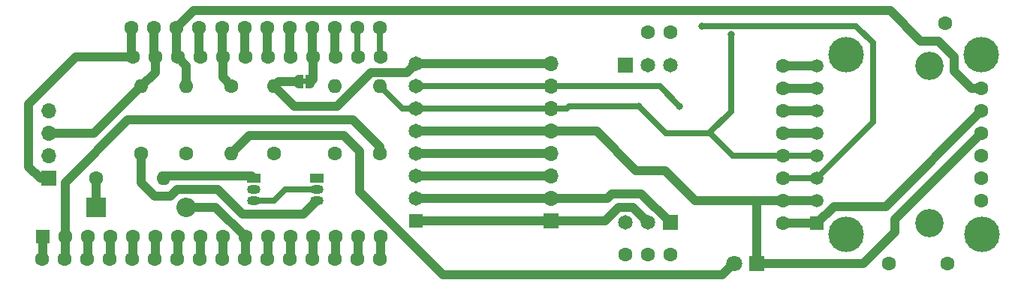
<source format=gbr>
%TF.GenerationSoftware,KiCad,Pcbnew,(7.0.0-0)*%
%TF.CreationDate,2023-06-13T14:54:47-07:00*%
%TF.ProjectId,ssrov-kicad-openctd,7373726f-762d-46b6-9963-61642d6f7065,rev?*%
%TF.SameCoordinates,Original*%
%TF.FileFunction,Copper,L1,Top*%
%TF.FilePolarity,Positive*%
%FSLAX46Y46*%
G04 Gerber Fmt 4.6, Leading zero omitted, Abs format (unit mm)*
G04 Created by KiCad (PCBNEW (7.0.0-0)) date 2023-06-13 14:54:47*
%MOMM*%
%LPD*%
G01*
G04 APERTURE LIST*
G04 Aperture macros list*
%AMFreePoly0*
4,1,19,0.500000,-0.750000,0.000000,-0.750000,0.000000,-0.744911,-0.071157,-0.744911,-0.207708,-0.704816,-0.327430,-0.627875,-0.420627,-0.520320,-0.479746,-0.390866,-0.500000,-0.250000,-0.500000,0.250000,-0.479746,0.390866,-0.420627,0.520320,-0.327430,0.627875,-0.207708,0.704816,-0.071157,0.744911,0.000000,0.744911,0.000000,0.750000,0.500000,0.750000,0.500000,-0.750000,0.500000,-0.750000,
$1*%
%AMFreePoly1*
4,1,19,0.000000,0.744911,0.071157,0.744911,0.207708,0.704816,0.327430,0.627875,0.420627,0.520320,0.479746,0.390866,0.500000,0.250000,0.500000,-0.250000,0.479746,-0.390866,0.420627,-0.520320,0.327430,-0.627875,0.207708,-0.704816,0.071157,-0.744911,0.000000,-0.744911,0.000000,-0.750000,-0.500000,-0.750000,-0.500000,0.750000,0.000000,0.750000,0.000000,0.744911,0.000000,0.744911,
$1*%
G04 Aperture macros list end*
%TA.AperFunction,ComponentPad*%
%ADD10R,1.500000X1.050000*%
%TD*%
%TA.AperFunction,ComponentPad*%
%ADD11O,1.500000X1.050000*%
%TD*%
%TA.AperFunction,ComponentPad*%
%ADD12C,1.600000*%
%TD*%
%TA.AperFunction,ComponentPad*%
%ADD13O,1.600000X1.600000*%
%TD*%
%TA.AperFunction,ComponentPad*%
%ADD14R,1.508000X1.508000*%
%TD*%
%TA.AperFunction,ComponentPad*%
%ADD15C,1.508000*%
%TD*%
%TA.AperFunction,ComponentPad*%
%ADD16C,3.200000*%
%TD*%
%TA.AperFunction,ComponentPad*%
%ADD17R,1.600000X1.600000*%
%TD*%
%TA.AperFunction,ComponentPad*%
%ADD18R,1.651000X1.651000*%
%TD*%
%TA.AperFunction,ComponentPad*%
%ADD19C,1.651000*%
%TD*%
%TA.AperFunction,ComponentPad*%
%ADD20R,1.700000X1.700000*%
%TD*%
%TA.AperFunction,ComponentPad*%
%ADD21O,1.700000X1.700000*%
%TD*%
%TA.AperFunction,SMDPad,CuDef*%
%ADD22FreePoly0,180.000000*%
%TD*%
%TA.AperFunction,SMDPad,CuDef*%
%ADD23FreePoly1,180.000000*%
%TD*%
%TA.AperFunction,ComponentPad*%
%ADD24R,2.200000X2.200000*%
%TD*%
%TA.AperFunction,ComponentPad*%
%ADD25O,2.200000X2.200000*%
%TD*%
%TA.AperFunction,ComponentPad*%
%ADD26C,4.016000*%
%TD*%
%TA.AperFunction,ComponentPad*%
%ADD27R,1.650000X1.650000*%
%TD*%
%TA.AperFunction,ComponentPad*%
%ADD28C,1.650000*%
%TD*%
%TA.AperFunction,ComponentPad*%
%ADD29R,1.800000X1.800000*%
%TD*%
%TA.AperFunction,ComponentPad*%
%ADD30C,1.800000*%
%TD*%
%TA.AperFunction,ViaPad*%
%ADD31C,0.800000*%
%TD*%
%TA.AperFunction,Conductor*%
%ADD32C,1.016000*%
%TD*%
%TA.AperFunction,Conductor*%
%ADD33C,0.635000*%
%TD*%
G04 APERTURE END LIST*
%TO.C,JP1*%
G36*
X130160000Y-87676000D02*
G01*
X129660000Y-87676000D01*
X129660000Y-87076000D01*
X130160000Y-87076000D01*
X130160000Y-87676000D01*
G37*
%TD*%
D10*
%TO.P,nMOS2,1,S*%
%TO.N,MAG_SWITCH*%
X131317999Y-98297999D03*
D11*
%TO.P,nMOS2,2,G*%
%TO.N,Net-(nMOS1-D)*%
X131317999Y-99567999D03*
%TO.P,nMOS2,3,D*%
%TO.N,Net-(nMOS2-D)*%
X131317999Y-100837999D03*
%TD*%
D12*
%TO.P,TP23,1,1*%
%TO.N,Net-(U3-Aref)*%
X105410000Y-107442000D03*
%TD*%
%TO.P,PWR-R2,1,1*%
%TO.N,Net-(nMOS1-D)*%
X116586000Y-95504000D03*
D13*
%TO.P,PWR-R2,2,2*%
%TO.N,VBUS*%
X116585999Y-87883999D03*
%TD*%
D12*
%TO.P,D6-R4,1,1*%
%TO.N,+3V3*%
X126492000Y-95504000D03*
D13*
%TO.P,D6-R4,2,2*%
%TO.N,D6*%
X126491999Y-87883999D03*
%TD*%
D14*
%TO.P,U2,1,Vin*%
%TO.N,+3V3*%
X187705999Y-103373999D03*
D15*
%TO.P,U2,2,Gnd*%
%TO.N,GND*%
X187706000Y-100834000D03*
%TO.P,U2,3,SCL*%
%TO.N,SCL*%
X187706000Y-98294000D03*
%TO.P,U2,4,SDA*%
%TO.N,SDA*%
X187706000Y-95754000D03*
%TO.P,U2,5,BAT*%
%TO.N,Net-(U2-BAT)*%
X187706000Y-93214000D03*
%TO.P,U2,6,32K*%
%TO.N,Net-(U2-32K)*%
X187706000Y-90674000D03*
%TO.P,U2,7,SQW*%
%TO.N,Net-(U2-SQW)*%
X187706000Y-88134000D03*
%TO.P,U2,8,nRST*%
%TO.N,Net-(U2-nRST)*%
X187706000Y-85594000D03*
D16*
%TO.P,U2,SH1*%
%TO.N,N/C*%
X200406000Y-103374000D03*
%TO.P,U2,SH2*%
X200406000Y-85594000D03*
%TD*%
D12*
%TO.P,TP11,1,1*%
%TO.N,SCL*%
X135879090Y-81280000D03*
%TD*%
D17*
%TO.P,U3,1,Rst*%
%TO.N,Net-(U3-Rst)*%
X100339999Y-104938999D03*
D12*
%TO.P,U3,2,3V3*%
%TO.N,+3V3*%
X102880000Y-104939000D03*
%TO.P,U3,3,Aref*%
%TO.N,Net-(U3-Aref)*%
X105420000Y-104939000D03*
%TO.P,U3,4,GND*%
%TO.N,GND*%
X107960000Y-104939000D03*
%TO.P,U3,5,A0*%
%TO.N,Net-(U3-A0)*%
X110500000Y-104939000D03*
%TO.P,U3,6,A1*%
%TO.N,Net-(U3-A1)*%
X113040000Y-104939000D03*
%TO.P,U3,7,A2*%
%TO.N,Net-(U3-A2)*%
X115580000Y-104939000D03*
%TO.P,U3,8,A3*%
%TO.N,Net-(U3-A3)*%
X118120000Y-104939000D03*
%TO.P,U3,9,A4/D24*%
%TO.N,Net-(U3-A4{slash}D24)*%
X120660000Y-104939000D03*
%TO.P,U3,10,A5/D25*%
%TO.N,MAG_SWITCH_SENSE*%
X123200000Y-104939000D03*
%TO.P,U3,11,SCK*%
%TO.N,Net-(U3-SCK)*%
X125740000Y-104939000D03*
%TO.P,U3,12,MO*%
%TO.N,Net-(U3-MO)*%
X128280000Y-104939000D03*
%TO.P,U3,13,MI*%
%TO.N,Net-(U3-MI)*%
X130820000Y-104939000D03*
%TO.P,U3,14,Rx/D0*%
%TO.N,Net-(U3-Rx{slash}D0)*%
X133360000Y-104939000D03*
%TO.P,U3,15,Tx/D1*%
%TO.N,Net-(U3-Tx{slash}D1)*%
X135900000Y-104939000D03*
%TO.P,U3,16,GND*%
%TO.N,GND*%
X138440000Y-104939000D03*
%TO.P,U3,17,SDA*%
%TO.N,SDA*%
X138440000Y-84619000D03*
%TO.P,U3,18,SCL*%
%TO.N,SCL*%
X135900000Y-84619000D03*
%TO.P,U3,19,D5*%
%TO.N,Net-(U3-D5)*%
X133360000Y-84619000D03*
%TO.P,U3,20,D6*%
%TO.N,Net-(JP1-A)*%
X130820000Y-84619000D03*
%TO.P,U3,21,D9*%
%TO.N,Net-(U3-D9)*%
X128280000Y-84619000D03*
%TO.P,U3,22,D10*%
%TO.N,Net-(U3-D10)*%
X125740000Y-84619000D03*
%TO.P,U3,23,D11*%
%TO.N,PWR_CTRL*%
X123200000Y-84619000D03*
%TO.P,U3,24,D12*%
%TO.N,LED_CTRL*%
X120660000Y-84619000D03*
%TO.P,U3,25,D13*%
%TO.N,Net-(U3-D13)*%
X118120000Y-84619000D03*
%TO.P,U3,26,USB*%
%TO.N,VBUS*%
X115580000Y-84619000D03*
%TO.P,U3,27,EN*%
%TO.N,EN*%
X113040000Y-84619000D03*
%TO.P,U3,28,Bat*%
%TO.N,+BATT*%
X110500000Y-84619000D03*
%TD*%
D18*
%TO.P,U1,1,Gnd*%
%TO.N,GND*%
X166098999Y-85539999D03*
D19*
%TO.P,U1,2,Tx/SDA*%
%TO.N,Net-(JP4-B)*%
X168639000Y-85540000D03*
%TO.P,U1,3,Rx/SCL*%
%TO.N,Net-(JP3-B)*%
X171179000Y-85540000D03*
D18*
%TO.P,U1,4,PRB*%
%TO.N,PRB0*%
X171178999Y-103319999D03*
D19*
%TO.P,U1,5,PRB*%
%TO.N,PRB1*%
X168639000Y-103320000D03*
%TO.P,U1,6,Vcc*%
%TO.N,Net-(JP5-A)*%
X166099000Y-103320000D03*
%TD*%
D12*
%TO.P,TP15,1,1*%
%TO.N,SDA*%
X183896000Y-95754000D03*
%TD*%
%TO.P,TP19,1,1*%
%TO.N,Net-(JP5-A)*%
X166042000Y-106955000D03*
%TD*%
%TO.P,TP5,1,1*%
%TO.N,LED_CTRL*%
X120573636Y-81280000D03*
%TD*%
%TO.P,TP26,1,1*%
%TO.N,Net-(U3-A1)*%
X113030000Y-107442000D03*
%TD*%
%TO.P,TP32,1,1*%
%TO.N,Net-(U3-MO)*%
X128270000Y-107442000D03*
%TD*%
%TO.P,TP6,1,1*%
%TO.N,PWR_CTRL*%
X123124545Y-81280000D03*
%TD*%
%TO.P,TP36,1,1*%
%TO.N,GND*%
X138430000Y-107442000D03*
%TD*%
%TO.P,TP7,1,1*%
%TO.N,Net-(U3-D10)*%
X125675454Y-81280000D03*
%TD*%
%TO.P,TP10,1,1*%
%TO.N,Net-(U3-D5)*%
X133328181Y-81280000D03*
%TD*%
%TO.P,TP13,1,1*%
%TO.N,Net-(JP4-B)*%
X168656000Y-81788000D03*
%TD*%
%TO.P,TP43,1,1*%
%TO.N,Net-(BNO055_IMU1-SCL)*%
X195834000Y-107950000D03*
%TD*%
%TO.P,TP44,1,1*%
%TO.N,Net-(BNO055_IMU1-SDA)*%
X202184000Y-80772000D03*
%TD*%
%TO.P,TP16,1,1*%
%TO.N,SCL*%
X183896000Y-98294000D03*
%TD*%
%TO.P,TP34,1,1*%
%TO.N,Net-(U3-Rx{slash}D0)*%
X133350000Y-107442000D03*
%TD*%
%TO.P,TP30,1,1*%
%TO.N,MAG_SWITCH_SENSE*%
X123190000Y-107442000D03*
%TD*%
D20*
%TO.P,FastCharge_Conn1,1,Pin_1*%
%TO.N,+BATT*%
X101016000Y-98309998D03*
D21*
%TO.P,FastCharge_Conn1,2,Pin_2*%
%TO.N,GND*%
X101016000Y-95769998D03*
%TO.P,FastCharge_Conn1,3,Pin_3*%
%TO.N,EN*%
X101016000Y-93229998D03*
%TO.P,FastCharge_Conn1,4,Pin_4*%
%TO.N,Net-(FastCharge_Conn1-Pin_4)*%
X101016000Y-90689998D03*
%TD*%
D12*
%TO.P,PWR-R1,1,1*%
%TO.N,Net-(nMOS2-D)*%
X111506000Y-95504000D03*
D13*
%TO.P,PWR-R1,2,2*%
%TO.N,EN*%
X111505999Y-87883999D03*
%TD*%
D12*
%TO.P,TP33,1,1*%
%TO.N,Net-(U3-MI)*%
X130810000Y-107442000D03*
%TD*%
%TO.P,TP35,1,1*%
%TO.N,Net-(U3-Tx{slash}D1)*%
X135890000Y-107442000D03*
%TD*%
%TO.P,TP2,1,1*%
%TO.N,EN*%
X112920909Y-81280000D03*
%TD*%
D22*
%TO.P,JP1,1,A*%
%TO.N,Net-(JP1-A)*%
X130556000Y-87376000D03*
D23*
%TO.P,JP1,2,B*%
%TO.N,D6*%
X129256000Y-87376000D03*
%TD*%
D24*
%TO.P,D1,1,K*%
%TO.N,Net-(D1-K)*%
X106425999Y-101599999D03*
D25*
%TO.P,D1,2,A*%
%TO.N,MAG_SWITCH_SENSE*%
X116585999Y-101599999D03*
%TD*%
D12*
%TO.P,TP24,1,1*%
%TO.N,GND*%
X107950000Y-107442000D03*
%TD*%
%TO.P,TP12,1,1*%
%TO.N,SDA*%
X138430000Y-81280000D03*
%TD*%
%TO.P,TP29,1,1*%
%TO.N,Net-(U3-A4{slash}D24)*%
X120650000Y-107442000D03*
%TD*%
%TO.P,TP21,1,1*%
%TO.N,Net-(U3-Rst)*%
X100330000Y-107442000D03*
%TD*%
%TO.P,TP9,1,1*%
%TO.N,Net-(JP1-A)*%
X130777272Y-81280000D03*
%TD*%
%TO.P,TP4,1,1*%
%TO.N,Net-(U3-D13)*%
X118022727Y-81280000D03*
%TD*%
%TO.P,TP14,1,1*%
%TO.N,Net-(JP3-B)*%
X171196000Y-81788000D03*
%TD*%
%TO.P,TP28,1,1*%
%TO.N,Net-(U3-A3)*%
X118110000Y-107442000D03*
%TD*%
%TO.P,TP18,1,1*%
%TO.N,+3V3*%
X183896000Y-103374000D03*
%TD*%
%TO.P,PWR--R7,1,1*%
%TO.N,Net-(D1-K)*%
X106426000Y-98298000D03*
D13*
%TO.P,PWR--R7,2,2*%
%TO.N,MAG_SWITCH*%
X114045999Y-98297999D03*
%TD*%
D12*
%TO.P,TP1,1,1*%
%TO.N,+BATT*%
X110370000Y-81280000D03*
%TD*%
D10*
%TO.P,nMOS1,1,S*%
%TO.N,MAG_SWITCH*%
X124205999Y-98297999D03*
D11*
%TO.P,nMOS1,2,G*%
%TO.N,PWR_CTRL*%
X124205999Y-99567999D03*
%TO.P,nMOS1,3,D*%
%TO.N,Net-(nMOS1-D)*%
X124205999Y-100837999D03*
%TD*%
D12*
%TO.P,TP25,1,1*%
%TO.N,Net-(U3-A0)*%
X110490000Y-107442000D03*
%TD*%
%TO.P,TP31,1,1*%
%TO.N,Net-(U3-SCK)*%
X125730000Y-107442000D03*
%TD*%
%TO.P,TP20,1,1*%
%TO.N,PRB0*%
X171196000Y-106955000D03*
%TD*%
%TO.P,TP22,1,1*%
%TO.N,+3V3*%
X102870000Y-107442000D03*
%TD*%
%TO.P,TP17,1,1*%
%TO.N,GND*%
X183896000Y-100834000D03*
%TD*%
%TO.P,LED-R3,1,1*%
%TO.N,LED_CTRL*%
X121666000Y-87884000D03*
D13*
%TO.P,LED-R3,2,2*%
%TO.N,Net-(D2-A)*%
X121665999Y-95503999D03*
%TD*%
D12*
%TO.P,SDA-R6,1,1*%
%TO.N,+3V3*%
X138430000Y-95504000D03*
D13*
%TO.P,SDA-R6,2,2*%
%TO.N,SDA*%
X138429999Y-87883999D03*
%TD*%
D12*
%TO.P,TP3,1,1*%
%TO.N,VBUS*%
X115471818Y-81280000D03*
%TD*%
%TO.P,TP8,1,1*%
%TO.N,Net-(U3-D9)*%
X128226363Y-81280000D03*
%TD*%
%TO.P,TP41,1,1*%
%TO.N,PRB1*%
X168608000Y-106974000D03*
%TD*%
%TO.P,TP42,1,1*%
%TO.N,Net-(BNO055_IMU1-RST)*%
X202438000Y-107950000D03*
%TD*%
%TO.P,TP27,1,1*%
%TO.N,Net-(U3-A2)*%
X115570000Y-107442000D03*
%TD*%
%TO.P,SCL-R5,1,1*%
%TO.N,+3V3*%
X133350000Y-95504000D03*
D13*
%TO.P,SCL-R5,2,2*%
%TO.N,SCL*%
X133349999Y-87883999D03*
%TD*%
D26*
%TO.P,BNO055_IMU1,*%
%TO.N,*%
X206248000Y-84344000D03*
X191008000Y-84344000D03*
X206258000Y-104654000D03*
X191008000Y-104664000D03*
D12*
%TO.P,BNO055_IMU1,1,Vin*%
%TO.N,VBUS*%
X206248000Y-88154000D03*
%TO.P,BNO055_IMU1,2,3vo*%
%TO.N,+3V3*%
X206248000Y-90694000D03*
%TO.P,BNO055_IMU1,3,GND*%
%TO.N,GND*%
X206248000Y-93234000D03*
%TO.P,BNO055_IMU1,4,SDA*%
%TO.N,Net-(BNO055_IMU1-SDA)*%
X206248000Y-95774000D03*
%TO.P,BNO055_IMU1,5,SCL*%
%TO.N,Net-(BNO055_IMU1-SCL)*%
X206248000Y-98314000D03*
%TO.P,BNO055_IMU1,6,RST*%
%TO.N,Net-(BNO055_IMU1-RST)*%
X206248000Y-100854000D03*
%TD*%
%TO.P,TP37,1,1*%
%TO.N,Net-(U2-nRST)*%
X183848000Y-85594000D03*
%TD*%
D27*
%TO.P,J1,1,Pin_1*%
%TO.N,PRB1*%
X142493999Y-103123999D03*
D28*
%TO.P,J1,2,Pin_2*%
%TO.N,PRB0*%
X142494000Y-100584000D03*
%TO.P,J1,3,Pin_3*%
%TO.N,MAG_SWITCH*%
X142494000Y-98044000D03*
%TO.P,J1,4,Pin_4*%
%TO.N,+3V3*%
X142494000Y-95504000D03*
%TO.P,J1,5,Pin_5*%
%TO.N,GND*%
X142494000Y-92964000D03*
%TO.P,J1,6,Pin_6*%
%TO.N,SDA*%
X142494000Y-90424000D03*
%TO.P,J1,7,Pin_7*%
%TO.N,SCL*%
X142494000Y-87884000D03*
%TO.P,J1,8,Pin_8*%
%TO.N,D6*%
X142494000Y-85344000D03*
%TD*%
D12*
%TO.P,TP38,1,1*%
%TO.N,Net-(U2-SQW)*%
X183896000Y-88134000D03*
%TD*%
D29*
%TO.P,D2,1,K*%
%TO.N,GND*%
X180907999Y-107963999D03*
D30*
%TO.P,D2,2,A*%
%TO.N,Net-(D2-A)*%
X178368000Y-107964000D03*
%TD*%
D12*
%TO.P,TP39,1,1*%
%TO.N,Net-(U2-32K)*%
X183896000Y-90674000D03*
%TD*%
D20*
%TO.P,J2,1,Pin_1*%
%TO.N,PRB1*%
X157733999Y-103163999D03*
D21*
%TO.P,J2,2,Pin_2*%
%TO.N,PRB0*%
X157733999Y-100623999D03*
%TO.P,J2,3,Pin_3*%
%TO.N,MAG_SWITCH*%
X157733999Y-98083999D03*
%TO.P,J2,4,Pin_4*%
%TO.N,+3V3*%
X157733999Y-95543999D03*
%TO.P,J2,5,Pin_5*%
%TO.N,GND*%
X157733999Y-93003999D03*
%TO.P,J2,6,Pin_6*%
%TO.N,SDA*%
X157733999Y-90463999D03*
%TO.P,J2,7,Pin_7*%
%TO.N,SCL*%
X157733999Y-87923999D03*
%TO.P,J2,8,Pin_8*%
%TO.N,D6*%
X157733999Y-85383999D03*
%TD*%
D12*
%TO.P,TP40,1,1*%
%TO.N,Net-(U2-BAT)*%
X183896000Y-93214000D03*
%TD*%
D31*
%TO.N,SCL*%
X174728000Y-81084000D03*
X172212000Y-90200000D03*
%TO.N,SDA*%
X178054000Y-82042000D03*
X167640000Y-90200000D03*
%TD*%
D32*
%TO.N,+3V3*%
X102880000Y-104939000D02*
X102880000Y-98796000D01*
X109982000Y-91694000D02*
X135382000Y-91694000D01*
X138430000Y-94742000D02*
X138430000Y-95504000D01*
X183900000Y-103378000D02*
X183896000Y-103374000D01*
X102880000Y-104939000D02*
X102880000Y-107432000D01*
X206248000Y-90694000D02*
X195438000Y-101504000D01*
X102880000Y-98796000D02*
X109982000Y-91694000D01*
X189580000Y-101504000D02*
X187706000Y-103378000D01*
X142494000Y-95504000D02*
X157694000Y-95504000D01*
X187706000Y-103378000D02*
X183900000Y-103378000D01*
X195438000Y-101504000D02*
X189580000Y-101504000D01*
X157694000Y-95504000D02*
X157734000Y-95544000D01*
X135382000Y-91694000D02*
X138430000Y-94742000D01*
X102880000Y-107432000D02*
X102870000Y-107442000D01*
%TO.N,D6*%
X142494000Y-85344000D02*
X157694000Y-85344000D01*
X128778000Y-90170000D02*
X133604000Y-90170000D01*
X137414000Y-86360000D02*
X141478000Y-86360000D01*
X141478000Y-86360000D02*
X142494000Y-85344000D01*
X129256000Y-87376000D02*
X127000000Y-87376000D01*
X127000000Y-87376000D02*
X126492000Y-87884000D01*
X133604000Y-90170000D02*
X137414000Y-86360000D01*
X126492000Y-87884000D02*
X128778000Y-90170000D01*
X157694000Y-85344000D02*
X157734000Y-85384000D01*
D33*
%TO.N,SCL*%
X172212000Y-90200000D02*
X169936000Y-87924000D01*
X157694000Y-87884000D02*
X157734000Y-87924000D01*
X174728000Y-81084000D02*
X192108000Y-81084000D01*
X187706000Y-98294000D02*
X183896000Y-98294000D01*
X194028000Y-83004000D02*
X194028000Y-91976000D01*
X142494000Y-87884000D02*
X157694000Y-87884000D01*
X135879090Y-81280000D02*
X135879090Y-84598090D01*
X192108000Y-81084000D02*
X194028000Y-83004000D01*
X194028000Y-91976000D02*
X187706000Y-98298000D01*
X135879090Y-84598090D02*
X135900000Y-84619000D01*
X169936000Y-87924000D02*
X157734000Y-87924000D01*
%TO.N,SDA*%
X183896000Y-95754000D02*
X187706000Y-95754000D01*
X157734000Y-90464000D02*
X142534000Y-90464000D01*
X177978000Y-90744000D02*
X175504000Y-93218000D01*
X138430000Y-87884000D02*
X140970000Y-90424000D01*
X177978000Y-82118000D02*
X177978000Y-90744000D01*
X178054000Y-82042000D02*
X177978000Y-82118000D01*
X178177000Y-95754000D02*
X183896000Y-95754000D01*
X167640000Y-90200000D02*
X167610000Y-90170000D01*
X142534000Y-90464000D02*
X142494000Y-90424000D01*
X159766000Y-90170000D02*
X159472000Y-90464000D01*
X140970000Y-90424000D02*
X142494000Y-90424000D01*
X138430000Y-84609000D02*
X138440000Y-84619000D01*
X167610000Y-90170000D02*
X159766000Y-90170000D01*
X167640000Y-90200000D02*
X170658000Y-93218000D01*
X159472000Y-90464000D02*
X157734000Y-90464000D01*
X170658000Y-93218000D02*
X175504000Y-93218000D01*
X175641000Y-93218000D02*
X178177000Y-95754000D01*
X175504000Y-93218000D02*
X175641000Y-93218000D01*
X138430000Y-81280000D02*
X138430000Y-84609000D01*
D32*
%TO.N,PRB1*%
X157734000Y-103164000D02*
X163790000Y-103164000D01*
X165354000Y-101600000D02*
X166919000Y-101600000D01*
X163790000Y-103164000D02*
X165354000Y-101600000D01*
X157734000Y-103164000D02*
X142534000Y-103164000D01*
X166919000Y-101600000D02*
X168639000Y-103320000D01*
X142534000Y-103164000D02*
X142494000Y-103124000D01*
%TO.N,PRB0*%
X167894000Y-100076000D02*
X171138000Y-103320000D01*
X142494000Y-100584000D02*
X157694000Y-100584000D01*
X157694000Y-100584000D02*
X157734000Y-100624000D01*
X171138000Y-103320000D02*
X171179000Y-103320000D01*
X164044000Y-100624000D02*
X164592000Y-100076000D01*
X157734000Y-100624000D02*
X164044000Y-100624000D01*
X164592000Y-100076000D02*
X167894000Y-100076000D01*
%TO.N,Net-(D1-K)*%
X106426000Y-101600000D02*
X106426000Y-98298000D01*
%TO.N,GND*%
X170572500Y-97484000D02*
X173922500Y-100834000D01*
X142534000Y-93004000D02*
X142494000Y-92964000D01*
X187702000Y-100834000D02*
X187706000Y-100838000D01*
X107960000Y-107432000D02*
X107950000Y-107442000D01*
X138440000Y-104939000D02*
X138440000Y-107432000D01*
X157734000Y-93004000D02*
X142534000Y-93004000D01*
X183896000Y-100834000D02*
X180908000Y-100834000D01*
X157734000Y-93004000D02*
X162818000Y-93004000D01*
X162818000Y-93004000D02*
X167298000Y-97484000D01*
X173922500Y-100834000D02*
X183896000Y-100834000D01*
X167298000Y-97484000D02*
X170572500Y-97484000D01*
X183896000Y-100834000D02*
X187702000Y-100834000D01*
X180908000Y-107964000D02*
X192928000Y-107964000D01*
X196508000Y-102974000D02*
X206248000Y-93234000D01*
X196508000Y-104384000D02*
X196508000Y-102974000D01*
X192928000Y-107964000D02*
X196508000Y-104384000D01*
X107960000Y-104939000D02*
X107960000Y-107432000D01*
X180908000Y-100834000D02*
X180908000Y-107964000D01*
X138440000Y-107432000D02*
X138430000Y-107442000D01*
%TO.N,Net-(U3-Rst)*%
X100340000Y-104939000D02*
X100340000Y-107432000D01*
X100340000Y-107432000D02*
X100330000Y-107442000D01*
%TO.N,Net-(U3-Aref)*%
X105420000Y-104939000D02*
X105420000Y-107432000D01*
X105420000Y-107432000D02*
X105410000Y-107442000D01*
%TO.N,Net-(U3-A0)*%
X110500000Y-107432000D02*
X110490000Y-107442000D01*
X110500000Y-104939000D02*
X110500000Y-107432000D01*
%TO.N,Net-(U3-A1)*%
X113040000Y-104939000D02*
X113040000Y-107432000D01*
X113040000Y-107432000D02*
X113030000Y-107442000D01*
%TO.N,+BATT*%
X98806000Y-89916000D02*
X104103000Y-84619000D01*
X104103000Y-84619000D02*
X110500000Y-84619000D01*
X110370000Y-81280000D02*
X110370000Y-84489000D01*
X100087999Y-98309999D02*
X98806000Y-97028000D01*
X98806000Y-97028000D02*
X98806000Y-89916000D01*
X101016001Y-98309999D02*
X100087999Y-98309999D01*
X110370000Y-84489000D02*
X110500000Y-84619000D01*
%TO.N,MAG_SWITCH_SENSE*%
X123200000Y-107432000D02*
X123190000Y-107442000D01*
X123200000Y-104939000D02*
X123200000Y-107432000D01*
X123200000Y-104939000D02*
X119861000Y-101600000D01*
X119861000Y-101600000D02*
X116586000Y-101600000D01*
%TO.N,MAG_SWITCH*%
X123952000Y-98044000D02*
X124206000Y-98298000D01*
X157734000Y-98084000D02*
X142534000Y-98084000D01*
X114046000Y-98298000D02*
X114300000Y-98044000D01*
X114300000Y-98044000D02*
X123952000Y-98044000D01*
X142534000Y-98084000D02*
X142494000Y-98044000D01*
%TO.N,PWR_CTRL*%
X123124545Y-84543545D02*
X123200000Y-84619000D01*
X123124545Y-81280000D02*
X123124545Y-84543545D01*
%TO.N,VBUS*%
X203200000Y-86237370D02*
X203200000Y-84582000D01*
X195970000Y-79384000D02*
X117367818Y-79384000D01*
X199390000Y-82804000D02*
X195970000Y-79384000D01*
X117367818Y-79384000D02*
X115471818Y-81280000D01*
X116586000Y-85625000D02*
X115580000Y-84619000D01*
X205116630Y-88154000D02*
X203200000Y-86237370D01*
X116586000Y-87884000D02*
X116586000Y-85625000D01*
X115471818Y-84510818D02*
X115580000Y-84619000D01*
X201422000Y-82804000D02*
X199390000Y-82804000D01*
X206248000Y-88154000D02*
X205116630Y-88154000D01*
X115471818Y-81280000D02*
X115471818Y-84510818D01*
X203200000Y-84582000D02*
X201422000Y-82804000D01*
%TO.N,EN*%
X113040000Y-84619000D02*
X113040000Y-86350000D01*
X106160001Y-93229999D02*
X111506000Y-87884000D01*
X112920909Y-81280000D02*
X112920909Y-84499909D01*
X101016001Y-93229999D02*
X106160001Y-93229999D01*
X112920909Y-84499909D02*
X113040000Y-84619000D01*
X113040000Y-86350000D02*
X111506000Y-87884000D01*
%TO.N,Net-(JP1-A)*%
X130777272Y-84576272D02*
X130820000Y-84619000D01*
X130820000Y-87112000D02*
X130556000Y-87376000D01*
X130820000Y-84619000D02*
X130820000Y-87112000D01*
X130777272Y-81280000D02*
X130777272Y-84576272D01*
%TO.N,Net-(D2-A)*%
X136144000Y-99822000D02*
X136144000Y-95250000D01*
X178368000Y-107964000D02*
X178294000Y-107964000D01*
X136144000Y-95250000D02*
X134366000Y-93472000D01*
X134366000Y-93472000D02*
X123698000Y-93472000D01*
X145542000Y-109220000D02*
X136144000Y-99822000D01*
X177038000Y-109220000D02*
X145542000Y-109220000D01*
X178294000Y-107964000D02*
X177038000Y-109220000D01*
X123698000Y-93472000D02*
X121666000Y-95504000D01*
%TO.N,LED_CTRL*%
X120573636Y-81280000D02*
X120573636Y-84532636D01*
X120660000Y-86878000D02*
X121666000Y-87884000D01*
X120660000Y-84619000D02*
X120660000Y-86878000D01*
X120573636Y-84532636D02*
X120660000Y-84619000D01*
%TO.N,Net-(U3-A2)*%
X115580000Y-107432000D02*
X115570000Y-107442000D01*
X115580000Y-104939000D02*
X115580000Y-107432000D01*
%TO.N,Net-(U3-A3)*%
X118120000Y-104939000D02*
X118120000Y-107432000D01*
X118120000Y-107432000D02*
X118110000Y-107442000D01*
%TO.N,Net-(U3-A4{slash}D24)*%
X120660000Y-107432000D02*
X120650000Y-107442000D01*
X120660000Y-104939000D02*
X120660000Y-107432000D01*
%TO.N,Net-(U3-SCK)*%
X125740000Y-104939000D02*
X125740000Y-107432000D01*
X125740000Y-107432000D02*
X125730000Y-107442000D01*
%TO.N,Net-(U3-MO)*%
X128280000Y-107432000D02*
X128270000Y-107442000D01*
X128280000Y-104939000D02*
X128280000Y-107432000D01*
%TO.N,Net-(U3-MI)*%
X130820000Y-107432000D02*
X130810000Y-107442000D01*
X130820000Y-104939000D02*
X130820000Y-107432000D01*
%TO.N,Net-(U3-Rx{slash}D0)*%
X133360000Y-104939000D02*
X133360000Y-107432000D01*
X133360000Y-107432000D02*
X133350000Y-107442000D01*
%TO.N,Net-(U3-Tx{slash}D1)*%
X135900000Y-104939000D02*
X135900000Y-107432000D01*
X135900000Y-107432000D02*
X135890000Y-107442000D01*
%TO.N,Net-(U3-D13)*%
X118022727Y-81280000D02*
X118022727Y-84521727D01*
X118022727Y-84521727D02*
X118120000Y-84619000D01*
%TO.N,Net-(U3-D10)*%
X125675454Y-84554454D02*
X125740000Y-84619000D01*
X125675454Y-81280000D02*
X125675454Y-84554454D01*
%TO.N,Net-(U3-D9)*%
X128226363Y-84565363D02*
X128280000Y-84619000D01*
X128226363Y-81280000D02*
X128226363Y-84565363D01*
%TO.N,Net-(U3-D5)*%
X133328181Y-81280000D02*
X133328181Y-84587181D01*
X133328181Y-84587181D02*
X133360000Y-84619000D01*
%TO.N,Net-(U2-nRST)*%
X187706000Y-85598000D02*
X183852000Y-85598000D01*
X183852000Y-85598000D02*
X183848000Y-85594000D01*
%TO.N,Net-(U2-SQW)*%
X187706000Y-88138000D02*
X183896000Y-88138000D01*
%TO.N,Net-(U2-32K)*%
X183896000Y-90678000D02*
X187706000Y-90678000D01*
%TO.N,Net-(U2-BAT)*%
X187706000Y-93218000D02*
X183896000Y-93218000D01*
D33*
%TO.N,Net-(nMOS1-D)*%
X124206000Y-100838000D02*
X126492000Y-100838000D01*
X126492000Y-100838000D02*
X127762000Y-99568000D01*
X127762000Y-99568000D02*
X131318000Y-99568000D01*
D32*
%TO.N,Net-(nMOS2-D)*%
X115570000Y-99568000D02*
X120130000Y-99568000D01*
X120130000Y-99568000D02*
X122924000Y-102362000D01*
X111506000Y-98806000D02*
X113030000Y-100330000D01*
X111506000Y-95504000D02*
X111506000Y-98806000D01*
X129794000Y-102362000D02*
X131318000Y-100838000D01*
X114808000Y-100330000D02*
X115570000Y-99568000D01*
X113030000Y-100330000D02*
X114808000Y-100330000D01*
X122924000Y-102362000D02*
X129794000Y-102362000D01*
%TD*%
M02*

</source>
